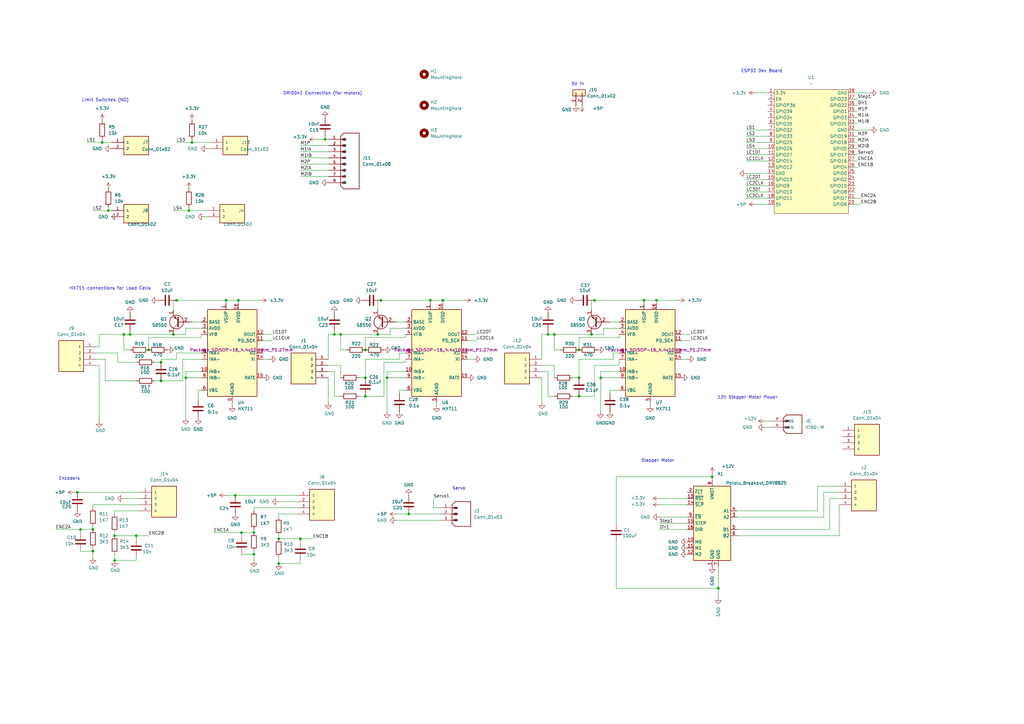
<source format=kicad_sch>
(kicad_sch (version 20250114) (generator "eeschema") (generator_version "9.0")
  (paper "A3")
  (text "DRI0041 Connection (for motors)\n" (at 132.334 38.354 0) (effects (font (size 1.27 1.27))))
  (text "Servo\n" (at 188.214 200.406 0) (effects (font (size 1.27 1.27))))
  (text "Encoders\n" (at 28.448 196.342 0) (effects (font (size 1.27 1.27))))
  (text "5V in\n" (at 236.982 34.544 0) (effects (font (size 1.27 1.27))))
  (text "Limit Switches (NO)\n" (at 43.18 41.148 0) (effects (font (size 1.27 1.27))))
  (text "ESP32 Dev Board" (at 312.42 29.21 0) (effects (font (size 1.27 1.27))))
  (text "Stepper Motor" (at 269.748 188.976 0) (effects (font (size 1.27 1.27))))
  (text "HX711 connections for Load Cells\n" (at 45.212 118.364 0) (effects (font (size 1.27 1.27))))
  (text "12V Stepper Motor Power" (at 306.578 163.068 0) (effects (font (size 1.27 1.27))))
  (junction (at 41.91 58.42))
  (junction (at 137.16 137.16))
  (junction (at 123.19 220.98))
  (junction (at 264.16 123.19))
  (junction (at 38.1 217.17))
  (junction (at 97.79 123.19))
  (junction (at 99.06 218.44))
  (junction (at 156.21 123.19))
  (junction (at 149.86 162.56))
  (junction (at 44.45 86.36))
  (junction (at 237.49 162.56))
  (junction (at 149.86 154.94))
  (junction (at 292.1 195.58))
  (junction (at 133.35 57.15))
  (junction (at 114.3 220.98))
  (junction (at 104.14 227.33))
  (junction (at 33.02 217.17))
  (junction (at 243.84 123.19))
  (junction (at 55.88 219.71))
  (junction (at 242.57 137.16))
  (junction (at 237.49 154.94))
  (junction (at 154.94 137.16))
  (junction (at 269.24 123.19))
  (junction (at 66.04 148.59))
  (junction (at 237.49 143.51))
  (junction (at 227.33 137.16))
  (junction (at 71.12 137.16))
  (junction (at 53.34 137.16))
  (junction (at 114.3 231.14))
  (junction (at 224.79 137.16))
  (junction (at 66.04 156.21))
  (junction (at 158.75 154.94))
  (junction (at 72.39 123.19))
  (junction (at 104.14 218.44))
  (junction (at 149.86 143.51))
  (junction (at 78.74 58.42))
  (junction (at 139.7 137.16))
  (junction (at 246.38 154.94))
  (junction (at 31.75 201.93))
  (junction (at 181.61 123.19))
  (junction (at 176.53 123.19))
  (junction (at 50.8 137.16))
  (junction (at 46.99 229.87))
  (junction (at 60.96 143.51))
  (junction (at 167.64 210.82))
  (junction (at 294.64 241.3))
  (junction (at 38.1 226.06))
  (junction (at 46.99 219.71))
  (junction (at 92.71 123.19))
  (junction (at 77.47 86.36))
  (junction (at 96.52 203.2))
  (junction (at 76.2 154.94))
  (wire (pts (xy 254 137.16) (xy 254 138.43)))
  (wire (pts (xy 48.26 148.59) (xy 48.26 144.78)))
  (wire (pts (xy 356.87 53.34) (xy 350.52 53.34)))
  (wire (pts (xy 137.16 162.56) (xy 137.16 152.4)))
  (wire (pts (xy 279.4 137.16) (xy 283.21 137.16)))
  (wire (pts (xy 229.87 143.51) (xy 227.33 143.51)))
  (wire (pts (xy 162.56 210.82) (xy 167.64 210.82)))
  (wire (pts (xy 237.49 147.32) (xy 251.46 147.32)))
  (wire (pts (xy 55.88 156.21) (xy 43.18 156.21)))
  (wire (pts (xy 72.39 147.32) (xy 72.39 144.78)))
  (wire (pts (xy 97.79 123.19) (xy 97.79 124.46)))
  (wire (pts (xy 270.51 207.01) (xy 281.94 207.01)))
  (wire (pts (xy 123.19 62.23) (xy 134.62 62.23)))
  (wire (pts (xy 60.96 138.43) (xy 60.96 143.51)))
  (wire (pts (xy 154.94 137.16) (xy 139.7 137.16)))
  (wire (pts (xy 99.06 218.44) (xy 104.14 218.44)))
  (wire (pts (xy 264.16 123.19) (xy 269.24 123.19)))
  (wire (pts (xy 107.95 137.16) (xy 111.76 137.16)))
  (wire (pts (xy 246.38 154.94) (xy 254 154.94)))
  (wire (pts (xy 264.16 123.19) (xy 264.16 124.46)))
  (wire (pts (xy 227.33 137.16) (xy 224.79 137.16)))
  (wire (pts (xy 114.3 210.82) (xy 121.92 210.82)))
  (wire (pts (xy 340.36 204.47) (xy 344.17 204.47)))
  (wire (pts (xy 306.07 53.34) (xy 314.96 53.34)))
  (wire (pts (xy 149.86 147.32) (xy 149.86 154.94)))
  (wire (pts (xy 344.17 207.01) (xy 344.17 219.71)))
  (wire (pts (xy 176.53 123.19) (xy 181.61 123.19)))
  (wire (pts (xy 351.79 60.96) (xy 350.52 60.96)))
  (wire (pts (xy 243.84 123.19) (xy 264.16 123.19)))
  (wire (pts (xy 306.07 76.2) (xy 314.96 76.2)))
  (wire (pts (xy 351.79 48.26) (xy 350.52 48.26)))
  (wire (pts (xy 270.51 217.17) (xy 281.94 217.17)))
  (wire (pts (xy 306.07 66.04) (xy 314.96 66.04)))
  (wire (pts (xy 227.33 137.16) (xy 227.33 143.51)))
  (wire (pts (xy 247.65 137.16) (xy 242.57 137.16)))
  (wire (pts (xy 30.48 201.93) (xy 31.75 201.93)))
  (wire (pts (xy 46.99 227.33) (xy 46.99 229.87)))
  (wire (pts (xy 71.12 86.36) (xy 77.47 86.36)))
  (wire (pts (xy 134.62 137.16) (xy 137.16 137.16)))
  (wire (pts (xy 66.04 147.32) (xy 72.39 147.32)))
  (wire (pts (xy 237.49 138.43) (xy 237.49 143.51)))
  (wire (pts (xy 252.73 222.25) (xy 252.73 241.3)))
  (wire (pts (xy 78.74 57.15) (xy 78.74 58.42)))
  (wire (pts (xy 270.51 212.09) (xy 281.94 212.09)))
  (wire (pts (xy 335.28 199.39) (xy 335.28 209.55)))
  (wire (pts (xy 39.37 149.86) (xy 40.64 149.86)))
  (wire (pts (xy 279.4 147.32) (xy 281.94 147.32)))
  (wire (pts (xy 177.8 204.47) (xy 177.8 208.28)))
  (wire (pts (xy 114.3 212.09) (xy 114.3 210.82)))
  (wire (pts (xy 46.99 219.71) (xy 55.88 219.71)))
  (wire (pts (xy 147.32 154.94) (xy 149.86 154.94)))
  (wire (pts (xy 104.14 226.06) (xy 104.14 227.33)))
  (wire (pts (xy 351.79 43.18) (xy 350.52 43.18)))
  (wire (pts (xy 351.79 63.5) (xy 350.52 63.5)))
  (wire (pts (xy 237.49 162.56) (xy 243.84 162.56)))
  (wire (pts (xy 41.91 57.15) (xy 41.91 58.42)))
  (wire (pts (xy 72.39 58.42) (xy 78.74 58.42)))
  (wire (pts (xy 162.56 132.08) (xy 166.37 132.08)))
  (wire (pts (xy 72.39 123.19) (xy 92.71 123.19)))
  (wire (pts (xy 166.37 148.59) (xy 166.37 147.32)))
  (wire (pts (xy 134.62 154.94) (xy 134.62 165.1)))
  (wire (pts (xy 163.83 144.78) (xy 166.37 144.78)))
  (wire (pts (xy 306.07 71.12) (xy 314.96 71.12)))
  (wire (pts (xy 139.7 137.16) (xy 137.16 137.16)))
  (wire (pts (xy 234.95 162.56) (xy 237.49 162.56)))
  (wire (pts (xy 356.87 38.1) (xy 350.52 38.1)))
  (wire (pts (xy 139.7 137.16) (xy 139.7 143.51)))
  (wire (pts (xy 82.55 134.62) (xy 76.2 134.62)))
  (wire (pts (xy 40.64 137.16) (xy 50.8 137.16)))
  (wire (pts (xy 306.07 60.96) (xy 314.96 60.96)))
  (wire (pts (xy 250.19 132.08) (xy 254 132.08)))
  (wire (pts (xy 81.28 160.02) (xy 81.28 163.83)))
  (wire (pts (xy 158.75 154.94) (xy 158.75 168.91)))
  (wire (pts (xy 76.2 154.94) (xy 76.2 171.45)))
  (wire (pts (xy 179.07 165.1) (xy 179.07 166.37)))
  (wire (pts (xy 166.37 152.4) (xy 158.75 152.4)))
  (wire (pts (xy 149.86 147.32) (xy 163.83 147.32)))
  (wire (pts (xy 78.74 58.42) (xy 86.36 58.42)))
  (wire (pts (xy 254 149.86) (xy 254 147.32)))
  (wire (pts (xy 166.37 134.62) (xy 160.02 134.62)))
  (wire (pts (xy 306.07 81.28) (xy 314.96 81.28)))
  (wire (pts (xy 270.51 204.47) (xy 281.94 204.47)))
  (wire (pts (xy 99.06 218.44) (xy 99.06 219.71)))
  (wire (pts (xy 149.86 162.56) (xy 157.48 162.56)))
  (wire (pts (xy 177.8 208.28) (xy 180.34 208.28)))
  (wire (pts (xy 114.3 220.98) (xy 114.3 219.71)))
  (wire (pts (xy 252.73 214.63) (xy 252.73 195.58)))
  (wire (pts (xy 270.51 214.63) (xy 281.94 214.63)))
  (wire (pts (xy 224.79 162.56) (xy 224.79 152.4)))
  (wire (pts (xy 137.16 137.16) (xy 137.16 135.89)))
  (wire (pts (xy 33.02 226.06) (xy 38.1 226.06)))
  (wire (pts (xy 247.65 134.62) (xy 247.65 137.16)))
  (wire (pts (xy 71.12 123.19) (xy 72.39 123.19)))
  (wire (pts (xy 139.7 154.94) (xy 139.7 149.86)))
  (wire (pts (xy 50.8 204.47) (xy 57.15 204.47)))
  (wire (pts (xy 63.5 156.21) (xy 66.04 156.21)))
  (wire (pts (xy 99.06 227.33) (xy 104.14 227.33)))
  (wire (pts (xy 55.88 219.71) (xy 55.88 220.98)))
  (wire (pts (xy 82.55 138.43) (xy 82.55 137.16)))
  (wire (pts (xy 134.62 152.4) (xy 137.16 152.4)))
  (wire (pts (xy 123.19 220.98) (xy 123.19 222.25)))
  (wire (pts (xy 76.2 137.16) (xy 71.12 137.16)))
  (wire (pts (xy 250.19 160.02) (xy 250.19 161.29)))
  (wire (pts (xy 114.3 205.74) (xy 121.92 205.74)))
  (wire (pts (xy 66.04 156.21) (xy 74.93 156.21)))
  (wire (pts (xy 74.93 147.32) (xy 82.55 147.32)))
  (wire (pts (xy 38.1 224.79) (xy 38.1 226.06)))
  (wire (pts (xy 50.8 137.16) (xy 53.34 137.16)))
  (wire (pts (xy 252.73 195.58) (xy 292.1 195.58)))
  (wire (pts (xy 163.83 160.02) (xy 166.37 160.02)))
  (wire (pts (xy 191.77 147.32) (xy 194.31 147.32)))
  (wire (pts (xy 123.19 229.87) (xy 123.19 231.14)))
  (wire (pts (xy 38.1 207.01) (xy 57.15 207.01)))
  (wire (pts (xy 77.47 85.09) (xy 77.47 86.36)))
  (wire (pts (xy 39.37 144.78) (xy 48.26 144.78)))
  (wire (pts (xy 167.64 210.82) (xy 180.34 210.82)))
  (wire (pts (xy 133.35 57.15) (xy 134.62 57.15)))
  (wire (pts (xy 46.99 210.82) (xy 46.99 209.55)))
  (wire (pts (xy 222.25 137.16) (xy 222.25 147.32)))
  (wire (pts (xy 266.7 165.1) (xy 266.7 166.37)))
  (wire (pts (xy 114.3 220.98) (xy 123.19 220.98)))
  (wire (pts (xy 139.7 162.56) (xy 137.16 162.56)))
  (wire (pts (xy 166.37 137.16) (xy 166.37 138.43)))
  (wire (pts (xy 104.14 208.28) (xy 104.14 209.55)))
  (wire (pts (xy 97.79 123.19) (xy 106.68 123.19)))
  (wire (pts (xy 252.73 241.3) (xy 294.64 241.3)))
  (wire (pts (xy 33.02 217.17) (xy 38.1 217.17)))
  (wire (pts (xy 222.25 137.16) (xy 224.79 137.16)))
  (wire (pts (xy 85.09 60.96) (xy 86.36 60.96)))
  (wire (pts (xy 123.19 220.98) (xy 128.27 220.98)))
  (wire (pts (xy 254 138.43) (xy 237.49 138.43)))
  (wire (pts (xy 160.02 134.62) (xy 160.02 137.16)))
  (wire (pts (xy 83.82 88.9) (xy 85.09 88.9)))
  (wire (pts (xy 158.75 152.4) (xy 158.75 154.94)))
  (wire (pts (xy 163.83 147.32) (xy 163.83 144.78)))
  (wire (pts (xy 53.34 137.16) (xy 53.34 135.89)))
  (wire (pts (xy 82.55 152.4) (xy 76.2 152.4)))
  (wire (pts (xy 107.95 147.32) (xy 110.49 147.32)))
  (wire (pts (xy 242.57 123.19) (xy 242.57 127)))
  (wire (pts (xy 134.62 137.16) (xy 134.62 147.32)))
  (wire (pts (xy 44.45 85.09) (xy 44.45 86.36)))
  (wire (pts (xy 157.48 148.59) (xy 166.37 148.59)))
  (wire (pts (xy 306.07 73.66) (xy 314.96 73.66)))
  (wire (pts (xy 351.79 40.64) (xy 350.52 40.64)))
  (wire (pts (xy 294.64 241.3) (xy 294.64 232.41)))
  (wire (pts (xy 306.07 78.74) (xy 314.96 78.74)))
  (wire (pts (xy 107.95 139.7) (xy 111.76 139.7)))
  (wire (pts (xy 158.75 154.94) (xy 166.37 154.94)))
  (wire (pts (xy 243.84 162.56) (xy 243.84 149.86)))
  (wire (pts (xy 191.77 139.7) (xy 195.58 139.7)))
  (wire (pts (xy 46.99 209.55) (xy 57.15 209.55)))
  (wire (pts (xy 123.19 69.85) (xy 134.62 69.85)))
  (wire (pts (xy 38.1 215.9) (xy 38.1 217.17)))
  (wire (pts (xy 292.1 194.31) (xy 292.1 195.58)))
  (wire (pts (xy 251.46 144.78) (xy 254 144.78)))
  (wire (pts (xy 147.32 162.56) (xy 149.86 162.56)))
  (wire (pts (xy 76.2 154.94) (xy 82.55 154.94)))
  (wire (pts (xy 269.24 123.19) (xy 278.13 123.19)))
  (wire (pts (xy 41.91 58.42) (xy 45.72 58.42)))
  (wire (pts (xy 337.82 201.93) (xy 344.17 201.93)))
  (wire (pts (xy 46.99 219.71) (xy 46.99 218.44)))
  (wire (pts (xy 251.46 147.32) (xy 251.46 144.78)))
  (wire (pts (xy 123.19 64.77) (xy 134.62 64.77)))
  (wire (pts (xy 81.28 160.02) (xy 82.55 160.02)))
  (wire (pts (xy 95.25 165.1) (xy 95.25 166.37)))
  (wire (pts (xy 353.06 83.82) (xy 350.52 83.82)))
  (wire (pts (xy 35.56 58.42) (xy 41.91 58.42)))
  (wire (pts (xy 87.63 218.44) (xy 99.06 218.44)))
  (wire (pts (xy 133.35 55.88) (xy 133.35 57.15)))
  (wire (pts (xy 234.95 154.94) (xy 237.49 154.94)))
  (wire (pts (xy 92.71 203.2) (xy 96.52 203.2)))
  (wire (pts (xy 227.33 162.56) (xy 224.79 162.56)))
  (wire (pts (xy 104.14 217.17) (xy 104.14 218.44)))
  (wire (pts (xy 250.19 160.02) (xy 254 160.02)))
  (wire (pts (xy 149.86 138.43) (xy 149.86 143.51)))
  (wire (pts (xy 123.19 72.39) (xy 134.62 72.39)))
  (wire (pts (xy 40.64 149.86) (xy 40.64 172.72)))
  (wire (pts (xy 77.47 86.36) (xy 85.09 86.36)))
  (wire (pts (xy 222.25 149.86) (xy 227.33 149.86)))
  (wire (pts (xy 309.88 38.1) (xy 314.96 38.1)))
  (wire (pts (xy 134.62 149.86) (xy 139.7 149.86)))
  (wire (pts (xy 306.07 55.88) (xy 314.96 55.88)))
  (wire (pts (xy 123.19 59.69) (xy 134.62 59.69)))
  (wire (pts (xy 335.28 199.39) (xy 344.17 199.39)))
  (wire (pts (xy 279.4 139.7) (xy 283.21 139.7)))
  (wire (pts (xy 254 152.4) (xy 246.38 152.4)))
  (wire (pts (xy 50.8 137.16) (xy 50.8 143.51)))
  (wire (pts (xy 242.57 123.19) (xy 243.84 123.19)))
  (wire (pts (xy 55.88 219.71) (xy 60.96 219.71)))
  (wire (pts (xy 92.71 123.19) (xy 97.79 123.19)))
  (wire (pts (xy 154.94 123.19) (xy 156.21 123.19)))
  (wire (pts (xy 156.21 123.19) (xy 176.53 123.19)))
  (wire (pts (xy 176.53 123.19) (xy 176.53 124.46)))
  (wire (pts (xy 53.34 143.51) (xy 50.8 143.51)))
  (wire (pts (xy 38.1 207.01) (xy 38.1 208.28)))
  (wire (pts (xy 63.5 148.59) (xy 66.04 148.59)))
  (wire (pts (xy 351.79 55.88) (xy 350.52 55.88)))
  (wire (pts (xy 246.38 154.94) (xy 246.38 168.91)))
  (wire (pts (xy 66.04 147.32) (xy 66.04 148.59)))
  (wire (pts (xy 92.71 123.19) (xy 92.71 124.46)))
  (wire (pts (xy 114.3 228.6) (xy 114.3 231.14)))
  (wire (pts (xy 157.48 162.56) (xy 157.48 148.59)))
  (wire (pts (xy 181.61 123.19) (xy 181.61 124.46)))
  (wire (pts (xy 340.36 204.47) (xy 340.36 217.17)))
  (wire (pts (xy 222.25 154.94) (xy 222.25 165.1)))
  (wire (pts (xy 72.39 144.78) (xy 82.55 144.78)))
  (wire (pts (xy 33.02 217.17) (xy 33.02 218.44)))
  (wire (pts (xy 246.38 152.4) (xy 246.38 154.94)))
  (wire (pts (xy 40.64 137.16) (xy 40.64 142.24)))
  (wire (pts (xy 351.79 58.42) (xy 350.52 58.42)))
  (wire (pts (xy 123.19 231.14) (xy 114.3 231.14)))
  (wire (pts (xy 74.93 156.21) (xy 74.93 147.32)))
  (wire (pts (xy 351.79 68.58) (xy 350.52 68.58)))
  (wire (pts (xy 55.88 229.87) (xy 46.99 229.87)))
  (wire (pts (xy 82.55 138.43) (xy 60.96 138.43)))
  (wire (pts (xy 340.36 217.17) (xy 302.26 217.17)))
  (wire (pts (xy 22.86 217.17) (xy 33.02 217.17)))
  (wire (pts (xy 181.61 123.19) (xy 190.5 123.19)))
  (wire (pts (xy 38.1 226.06) (xy 38.1 228.6)))
  (wire (pts (xy 154.94 123.19) (xy 154.94 127)))
  (wire (pts (xy 78.74 132.08) (xy 82.55 132.08)))
  (wire (pts (xy 313.69 175.26) (xy 316.23 175.26)))
  (wire (pts (xy 306.07 63.5) (xy 314.96 63.5)))
  (wire (pts (xy 335.28 209.55) (xy 302.26 209.55)))
  (wire (pts (xy 269.24 123.19) (xy 269.24 124.46)))
  (wire (pts (xy 55.88 228.6) (xy 55.88 229.87)))
  (wire (pts (xy 222.25 152.4) (xy 224.79 152.4)))
  (wire (pts (xy 142.24 143.51) (xy 139.7 143.51)))
  (wire (pts (xy 123.19 67.31) (xy 134.62 67.31)))
  (wire (pts (xy 243.84 149.86) (xy 254 149.86)))
  (wire (pts (xy 104.14 208.28) (xy 121.92 208.28)))
  (wire (pts (xy 162.56 213.36) (xy 180.34 213.36)))
  (wire (pts (xy 38.1 86.36) (xy 44.45 86.36)))
  (wire (pts (xy 309.88 83.82) (xy 314.96 83.82)))
  (wire (pts (xy 129.54 57.15) (xy 133.35 57.15)))
  (wire (pts (xy 48.26 88.9) (xy 45.72 88.9)))
  (wire (pts (xy 337.82 201.93) (xy 337.82 212.09)))
  (wire (pts (xy 71.12 123.19) (xy 71.12 127)))
  (wire (pts (xy 237.49 147.32) (xy 237.49 154.94)))
  (wire (pts (xy 351.79 66.04) (xy 350.52 66.04)))
  (wire (pts (xy 312.42 172.72) (xy 316.23 172.72)))
  (wire (pts (xy 227.33 154.94) (xy 227.33 149.86)))
  (wire (pts (xy 351.79 50.8) (xy 350.52 50.8)))
  (wire (pts (xy 294.64 241.3) (xy 294.64 245.11)))
  (wire (pts (xy 76.2 152.4) (xy 76.2 154.94)))
  (wire (pts (xy 39.37 142.24) (xy 40.64 142.24)))
  (wire (pts (xy 53.34 137.16) (xy 71.12 137.16)))
  (wire (pts (xy 337.82 212.09) (xy 302.26 212.09)))
  (wire (pts (xy 163.83 160.02) (xy 163.83 161.29)))
  (wire (pts (xy 160.02 137.16) (xy 154.94 137.16)))
  (wire (pts (xy 104.14 227.33) (xy 104.14 229.87)))
  (wire (pts (xy 306.07 58.42) (xy 314.96 58.42)))
  (wire (pts (xy 353.06 81.28) (xy 350.52 81.28)))
  (wire (pts (xy 44.45 86.36) (xy 45.72 86.36)))
  (wire (pts (xy 39.37 147.32) (xy 43.18 147.32)))
  (wire (pts (xy 43.18 156.21) (xy 43.18 147.32)))
  (wire (pts (xy 31.75 201.93) (xy 57.15 201.93)))
  (wire (pts (xy 344.17 219.71) (xy 302.26 219.71)))
  (wire (pts (xy 242.57 137.16) (xy 227.33 137.16)))
  (wire (pts (xy 292.1 195.58) (xy 292.1 196.85)))
  (wire (pts (xy 76.2 134.62) (xy 76.2 137.16)))
  (wire (pts (xy 254 134.62) (xy 247.65 134.62)))
  (wire (pts (xy 48.26 148.59) (xy 55.88 148.59)))
  (wire (pts (xy 191.77 137.16) (xy 195.58 137.16)))
  (wire (pts (xy 96.52 203.2) (xy 121.92 203.2)))
  (wire (pts (xy 166.37 138.43) (xy 149.86 138.43)))
  (wire (pts (xy 224.79 137.16) (xy 224.79 135.89)))
  (wire (pts (xy 351.79 45.72) (xy 350.52 45.72)))
  (label "Servo1" (at 351.79 63.5 0))
  (label "ENC2B" (at 60.96 219.71 0))
  (label "LS4" (at 71.12 86.36 0))
  (label "LS2" (at 306.07 55.88 0))
  (label "Step1" (at 351.79 40.64 0))
  (label "ENC2A" (at 22.86 217.17 0))
  (label "LC1CLK" (at 111.76 139.7 0))
  (label "LC2DT" (at 195.58 137.16 0))
  (label "M1IA" (at 123.19 62.23 0))
  (label "LS4" (at 306.07 60.96 0))
  (label "M2IB" (at 123.19 72.39 0))
  (label "M1IB" (at 123.19 64.77 0))
  (label "M1P" (at 123.19 59.69 0))
  (label "LS3" (at 72.39 58.42 0))
  (label "M1IB" (at 351.79 50.8 0))
  (label "Dir1" (at 351.79 43.18 0))
  (label "LC3CLK" (at 306.07 81.28 0))
  (label "LS3" (at 306.07 58.42 0))
  (label "M1IA" (at 351.79 48.26 0))
  (label "Dir1" (at 270.51 217.17 0))
  (label "LC1CLK" (at 306.07 66.04 0))
  (label "LC2CLK" (at 306.07 76.2 0))
  (label "ENC1B" (at 351.79 68.58 0))
  (label "LS1" (at 35.56 58.42 0))
  (label "ENC1B" (at 128.27 220.98 0))
  (label "LS1" (at 306.07 53.34 0))
  (label "M2IB" (at 351.79 60.96 0))
  (label "ENC2A" (at 353.06 81.28 0))
  (label "M2P" (at 123.19 67.31 0))
  (label "ENC1A" (at 87.63 218.44 0))
  (label "M2P" (at 351.79 55.88 0))
  (label "LC3DT" (at 283.21 137.16 0))
  (label "Step1" (at 270.51 214.63 0))
  (label "LC2DT" (at 306.07 73.66 0))
  (label "M2IA" (at 351.79 58.42 0))
  (label "ENC1A" (at 351.79 66.04 0))
  (label "LC3DT" (at 306.07 78.74 0))
  (label "LC3CLK" (at 283.21 139.7 0))
  (label "M1P" (at 351.79 45.72 0))
  (label "LC2CLK" (at 195.58 139.7 0))
  (label "ENC2B" (at 353.06 83.82 0))
  (label "LS2" (at 38.1 86.36 0))
  (label "M2IA" (at 123.19 69.85 0))
  (label "LC1DT" (at 111.76 137.16 0))
  (label "LC1DT" (at 306.07 63.5 0))
  (label "Servo1" (at 177.8 204.47 0))
  (symbol (lib_id "Device:C") (at 55.88 224.79 0) (unit 1)
    (property "Reference" "C11" (at 59.182 223.774 0) (effects (justify left)))
    (property "Value" "10n" (at 58.42 226.314 0) (effects (justify left)))
    (property "Footprint" "Capacitor_SMD:C_0805_2012Metric" (effects (hide yes)))
    (property "Description" "Unpolarized capacitor" (effects (hide yes)))
  )
  (symbol (lib_id "43650-0400:43650-0400") (at 29.21 144.78 0) (mirror y) (unit 1)
    (property "Reference" "J9" (at 29.21 134.62 0))
    (property "Value" "Conn_01x04" (at 29.21 137.16 0))
    (property "Footprint" "43650-0400:MOLEX_43650-0400" (effects (hide yes)))
    (property "Description" "Generic connector, single row, 01x04, script generated (kicad-library-utils/schlib/autogen/connector/)" (effects (hide yes)))
    (property "MF" "Molex" (effects (hide yes)))
    (property "MAXIMUM_PACKAGE_HEIGHT" "5.57 mm" (effects (hide yes)))
    (property "Package" "None" (effects (hide yes)))
    (property "Price" "None" (effects (hide yes)))
    (property "Check_prices" "https://www.snapeda.com/parts/436500400/Molex/view-part/?ref=eda" (effects (hide yes)))
    (property "STANDARD" "Manufacturer Recommendations" (effects (hide yes)))
    (property "PARTREV" "D7" (effects (hide yes)))
    (property "SnapEDA_Link" "https://www.snapeda.com/parts/436500400/Molex/view-part/?ref=snap" (effects (hide yes)))
    (property "MP" "436500400" (effects (hide yes)))
    (property "Description_1" "Conn Wire to Board HDR 4 POS 3mm Solder RA Thru-Hole 4 Terminal 1 Port Micro-Fit 3.0" (effects (hide yes)))
    (property "Availability" "In Stock" (effects (hide yes)))
    (property "MANUFACTURER" "Molex" (effects (hide yes)))
  )
  (symbol (lib_id "Device:R") (at 46.99 214.63 0) (unit 1)
    (property "Reference" "R13" (at 48.768 213.36 0) (effects (justify left)))
    (property "Value" "1K7" (at 48.768 215.9 0) (effects (justify left)))
    (property "Footprint" "Resistor_SMD:R_0805_2012Metric" (effects (hide yes)))
    (property "Description" "Resistor" (effects (hide yes)))
  )
  (symbol (lib_id "power:GND") (at 356.87 38.1 90) (unit 1)
    (property "Reference" "#PWR02" (effects (hide yes)))
    (property "Value" "GND" (at 360.68 38.0999 90) (effects (justify right)))
    (property "Description" "Power symbol creates a global label with name \"GND\" , ground" (effects (hide yes)))
  )
  (symbol (lib_id "power:+3.3V") (at 278.13 123.19 270) (unit 1)
    (property "Reference" "#PWR076" (effects (hide yes)))
    (property "Value" "+3.3V" (at 281.94 123.1899 90) (effects (justify left)))
    (property "Description" "Power symbol creates a global label with name \"+3.3V\"" (effects (hide yes)))
  )
  (symbol (lib_id "power:+3.3V") (at 270.51 204.47 90) (unit 1)
    (property "Reference" "#PWR03" (effects (hide yes)))
    (property "Value" "+3.3V" (at 264.668 204.216 90) (effects (justify left)))
    (property "Description" "Power symbol creates a global label with name \"+3.3V\"" (effects (hide yes)))
  )
  (symbol (lib_id "power:+3.3V") (at 44.45 77.47 0) (unit 1)
    (property "Reference" "#PWR032" (effects (hide yes)))
    (property "Value" "+3.3V" (at 44.45 72.39 0))
    (property "Description" "Power symbol creates a global label with name \"+3.3V\"" (effects (hide yes)))
  )
  (symbol (lib_id "Device:R") (at 233.68 143.51 90) (unit 1)
    (property "Reference" "R30" (at 233.68 140.97 90))
    (property "Value" "220" (at 233.68 146.05 90))
    (property "Footprint" "Resistor_SMD:R_0805_2012Metric" (effects (hide yes)))
    (property "Description" "Resistor" (effects (hide yes)))
  )
  (symbol (lib_id "Device:C") (at 167.64 207.01 0) (mirror y) (unit 1)
    (property "Reference" "C20" (at 163.068 208.28 0))
    (property "Value" "10uF" (at 163.068 205.74 0))
    (property "Footprint" "Capacitor_SMD:C_0805_2012Metric" (effects (hide yes)))
    (property "Description" "Unpolarized capacitor" (effects (hide yes)))
  )
  (symbol (lib_id "Driver_Motor:Pololu_Breakout_DRV8825") (at 292.1 212.09 0) (unit 1)
    (property "Reference" "A1" (at 294.2433 194.31 0) (effects (justify left)))
    (property "Value" "Pololu_Breakout_DRV8825" (at 297.688 198.12 0) (effects (justify left)))
    (property "Footprint" "Module:Pololu_Breakout-16_15.2x20.3mm" (effects (hide yes)))
    (property "Datasheet" "https://www.pololu.com/product/2982" (effects (hide yes)))
    (property "Description" "Pololu Breakout Board, Stepper Driver DRV8825" (effects (hide yes)))
  )
  (symbol (lib_id "power:GND") (at 279.4 154.94 90) (unit 1)
    (property "Reference" "#PWR077" (effects (hide yes)))
    (property "Value" "GND" (at 283.21 154.9399 90) (effects (justify right)))
    (property "Description" "Power symbol creates a global label with name \"GND\" , ground" (effects (hide yes)))
  )
  (symbol (lib_id "power:+3.3V") (at 78.74 49.53 0) (unit 1)
    (property "Reference" "#PWR068" (effects (hide yes)))
    (property "Value" "+3.3V" (at 78.74 44.45 0))
    (property "Description" "Power symbol creates a global label with name \"+3.3V\"" (effects (hide yes)))
  )
  (symbol (lib_id "Device:C") (at 149.86 158.75 0) (unit 1)
    (property "Reference" "C26" (at 151.384 154.686 0) (effects (justify left)))
    (property "Value" "0.1uF" (at 151.13 156.718 0) (effects (justify left)))
    (property "Footprint" "Capacitor_SMD:C_0805_2012Metric" (effects (hide yes)))
    (property "Description" "Unpolarized capacitor" (effects (hide yes)))
  )
  (symbol (lib_id "power:GND") (at 191.77 154.94 90) (unit 1)
    (property "Reference" "#PWR064" (effects (hide yes)))
    (property "Value" "GND" (at 195.58 154.9399 90) (effects (justify right)))
    (property "Description" "Power symbol creates a global label with name \"GND\" , ground" (effects (hide yes)))
  )
  (symbol (lib_id "Device:C") (at 224.79 132.08 0) (mirror y) (unit 1)
    (property "Reference" "C35" (at 220.218 133.35 0))
    (property "Value" "10uF" (at 220.218 130.81 0))
    (property "Footprint" "Capacitor_SMD:C_0805_2012Metric" (effects (hide yes)))
    (property "Description" "Unpolarized capacitor" (effects (hide yes)))
  )
  (symbol (lib_id "Device:R") (at 41.91 53.34 0) (unit 1)
    (property "Reference" "R5" (at 44.45 52.0699 0) (effects (justify left)))
    (property "Value" "10k" (at 44.45 54.6099 0) (effects (justify left)))
    (property "Footprint" "Resistor_SMD:R_0805_2012Metric" (effects (hide yes)))
    (property "Description" "Resistor" (effects (hide yes)))
  )
  (symbol (lib_id "43650-0400:43650-0400") (at 67.31 204.47 0) (unit 1)
    (property "Reference" "J14" (at 67.31 194.31 0))
    (property "Value" "Conn_01x04" (at 67.31 196.85 0))
    (property "Footprint" "43650-0400:MOLEX_43650-0400" (effects (hide yes)))
    (property "Description" "Generic connector, single row, 01x04, script generated (kicad-library-utils/schlib/autogen/connector/)" (effects (hide yes)))
    (property "MF" "Molex" (effects (hide yes)))
    (property "MAXIMUM_PACKAGE_HEIGHT" "5.57 mm" (effects (hide yes)))
    (property "Package" "None" (effects (hide yes)))
    (property "Price" "None" (effects (hide yes)))
    (property "Check_prices" "https://www.snapeda.com/parts/436500400/Molex/view-part/?ref=eda" (effects (hide yes)))
    (property "STANDARD" "Manufacturer Recommendations" (effects (hide yes)))
    (property "PARTREV" "D7" (effects (hide yes)))
    (property "SnapEDA_Link" "https://www.snapeda.com/parts/436500400/Molex/view-part/?ref=snap" (effects (hide yes)))
    (property "MP" "436500400" (effects (hide yes)))
    (property "Description_1" "Conn Wire to Board HDR 4 POS 3mm Solder RA Thru-Hole 4 Terminal 1 Port Micro-Fit 3.0" (effects (hide yes)))
    (property "Availability" "In Stock" (effects (hide yes)))
    (property "MANUFACTURER" "Molex" (effects (hide yes)))
  )
  (symbol (lib_id "Device:R") (at 231.14 154.94 90) (unit 1)
    (property "Reference" "R28" (at 230.886 157.226 90))
    (property "Value" "100" (at 230.886 159.004 90))
    (property "Footprint" "Resistor_SMD:R_0805_2012Metric" (effects (hide yes)))
    (property "Description" "Resistor" (effects (hide yes)))
  )
  (symbol (lib_id "Device:R") (at 143.51 154.94 90) (unit 1)
    (property "Reference" "R20" (at 143.256 157.226 90))
    (property "Value" "100" (at 143.256 159.004 90))
    (property "Footprint" "Resistor_SMD:R_0805_2012Metric" (effects (hide yes)))
    (property "Description" "Resistor" (effects (hide yes)))
  )
  (symbol (lib_id "power:GND") (at 81.28 171.45 0) (unit 1)
    (property "Reference" "#PWR020" (effects (hide yes)))
    (property "Value" "GND" (at 81.28 176.022 0))
    (property "Description" "Power symbol creates a global label with name \"GND\" , ground" (effects (hide yes)))
  )
  (symbol (lib_id "Device:R") (at 231.14 162.56 90) (unit 1)
    (property "Reference" "R29" (at 231.14 165.1 90))
    (property "Value" "100" (at 231.14 166.878 90))
    (property "Footprint" "Resistor_SMD:R_0805_2012Metric" (effects (hide yes)))
    (property "Description" "Resistor" (effects (hide yes)))
  )
  (symbol (lib_id "Analog_ADC:HX711") (at 266.7 144.78 0) (unit 1)
    (property "Reference" "U7" (at 268.8941 165.1 0) (effects (justify left)))
    (property "Value" "HX711" (at 268.8941 167.64 0) (effects (justify left)))
    (property "Footprint" "Package_SO:SOP-16_4.4x10.4mm_P1.27mm" (at 270.51 143.51 0))
    (property "Datasheet" "https://web.archive.org/web/20220615044707/https://akizukidenshi.com/download/ds/avia/hx711.pdf" (effects (hide yes)))
    (property "Description" "24-Bit Analog-to-Digital Converter (ADC) for Weight Scales" (effects (hide yes)))
  )
  (symbol (lib_id "Device:R") (at 153.67 143.51 90) (unit 1)
    (property "Reference" "R23" (at 153.416 141.478 90))
    (property "Value" "470" (at 153.67 145.542 90))
    (property "Footprint" "Resistor_SMD:R_0805_2012Metric" (effects (hide yes)))
    (property "Description" "Resistor" (effects (hide yes)))
  )
  (symbol (lib_id "power:GND") (at 281.94 224.79 270) (unit 1)
    (property "Reference" "#PWR06" (effects (hide yes)))
    (property "Value" "GND" (at 278.13 224.7899 90) (effects (justify right)))
    (property "Description" "Power symbol creates a global label with name \"GND\" , ground" (effects (hide yes)))
  )
  (symbol (lib_id "Transistor_BJT:S8550") (at 157.48 132.08 180) (unit 1)
    (property "Reference" "Q2" (at 152.4 130.8099 0) (effects (justify left)))
    (property "Value" "S8550" (at 152.4 133.3499 0) (effects (justify left)))
    (property "Footprint" "Package_TO_SOT_THT:TO-92_Inline" (effects (hide yes)))
    (property "Datasheet" "http://www.unisonic.com.tw/datasheet/S8550.pdf" (effects (hide yes)))
    (property "Description" "0.7A Ic, 20V Vce, Low Voltage High Current PNP Transistor, TO-92" (effects (hide yes)))
  )
  (symbol (lib_id "power:GND") (at 356.87 53.34 90) (unit 1)
    (property "Reference" "#PWR036" (effects (hide yes)))
    (property "Value" "GND" (at 360.68 53.3399 90) (effects (justify right)))
    (property "Description" "Power symbol creates a global label with name \"GND\" , ground" (effects (hide yes)))
  )
  (symbol (lib_id "power:GND") (at 162.56 213.36 270) (unit 1)
    (property "Reference" "#PWR014" (effects (hide yes)))
    (property "Value" "GND" (at 158.75 213.3599 90) (effects (justify right)))
    (property "Description" "Power symbol creates a global label with name \"GND\" , ground" (effects (hide yes)))
  )
  (symbol (lib_id "power:GND") (at 294.64 245.11 0) (unit 1)
    (property "Reference" "#PWR010" (effects (hide yes)))
    (property "Value" "GND" (at 294.6399 248.92 90) (effects (justify right)))
    (property "Description" "Power symbol creates a global label with name \"GND\" , ground" (effects (hide yes)))
  )
  (symbol (lib_id "Device:R") (at 104.14 213.36 0) (unit 1)
    (property "Reference" "R7" (at 106.68 212.0899 0) (effects (justify left)))
    (property "Value" "1K7" (at 106.68 214.6299 0) (effects (justify left)))
    (property "Footprint" "Resistor_SMD:R_0805_2012Metric" (effects (hide yes)))
    (property "Description" "Resistor" (effects (hide yes)))
  )
  (symbol (lib_id "Device:C") (at 163.83 165.1 0) (unit 1)
    (property "Reference" "C28" (at 167.64 163.8299 0) (effects (justify left)))
    (property "Value" "0.1u" (at 167.64 166.3699 0) (effects (justify left)))
    (property "Footprint" "Capacitor_SMD:C_0805_2012Metric" (effects (hide yes)))
    (property "Description" "Unpolarized capacitor" (effects (hide yes)))
  )
  (symbol (lib_id "Device:R") (at 38.1 212.09 0) (unit 1)
    (property "Reference" "R11" (at 40.64 210.8199 0) (effects (justify left)))
    (property "Value" "1K7" (at 40.64 213.3599 0) (effects (justify left)))
    (property "Footprint" "Resistor_SMD:R_0805_2012Metric" (effects (hide yes)))
    (property "Description" "Resistor" (effects (hide yes)))
  )
  (symbol (lib_id "Device:C") (at 252.73 218.44 0) (unit 1)
    (property "Reference" "C1" (at 255.778 217.424 0) (effects (justify left)))
    (property "Value" "100uF" (at 255.27 219.71 0) (effects (justify left)))
    (property "Footprint" "Capacitor_SMD:C_0805_2012Metric" (effects (hide yes)))
    (property "Description" "Unpolarized capacitor" (effects (hide yes)))
  )
  (symbol (lib_id "power:GND") (at 40.64 172.72 0) (mirror y) (unit 1)
    (property "Reference" "#PWR035" (effects (hide yes)))
    (property "Value" "GND" (at 39.116 176.53 0) (effects (justify right)))
    (property "Description" "Power symbol creates a global label with name \"GND\" , ground" (effects (hide yes)))
  )
  (symbol (lib_id "power:GND") (at 107.95 154.94 90) (unit 1)
    (property "Reference" "#PWR024" (effects (hide yes)))
    (property "Value" "GND" (at 111.76 154.9399 90) (effects (justify right)))
    (property "Description" "Power symbol creates a global label with name \"GND\" , ground" (effects (hide yes)))
  )
  (symbol (lib_id "power:GND") (at 114.3 205.74 270) (unit 1)
    (property "Reference" "#PWR027" (effects (hide yes)))
    (property "Value" "GND" (at 110.49 205.7399 90) (effects (justify right)))
    (property "Description" "Power symbol creates a global label with name \"GND\" , ground" (effects (hide yes)))
  )
  (symbol (lib_id "power:GND") (at 64.77 123.19 270) (unit 1)
    (property "Reference" "#PWR022" (effects (hide yes)))
    (property "Value" "GND" (at 60.96 123.1899 90) (effects (justify right)))
    (property "Description" "Power symbol creates a global label with name \"GND\" , ground" (effects (hide yes)))
  )
  (symbol (lib_id "power:GND") (at 224.79 128.27 0) (mirror x) (unit 1)
    (property "Reference" "#PWR071" (effects (hide yes)))
    (property "Value" "GND" (at 224.79 123.952 0))
    (property "Description" "Power symbol creates a global label with name \"GND\" , ground" (effects (hide yes)))
  )
  (symbol (lib_id "power:+3.3V") (at 41.91 49.53 0) (unit 1)
    (property "Reference" "#PWR030" (effects (hide yes)))
    (property "Value" "+3.3V" (at 41.91 44.45 0))
    (property "Description" "Power symbol creates a global label with name \"+3.3V\"" (effects (hide yes)))
  )
  (symbol (lib_id "power:GND") (at 270.51 212.09 270) (unit 1)
    (property "Reference" "#PWR08" (effects (hide yes)))
    (property "Value" "GND" (at 266.7 212.0899 90) (effects (justify right)))
    (property "Description" "Power symbol creates a global label with name \"GND\" , ground" (effects (hide yes)))
  )
  (symbol (lib_id "power:+3.3V") (at 190.5 123.19 270) (unit 1)
    (property "Reference" "#PWR063" (effects (hide yes)))
    (property "Value" "+3.3V" (at 194.31 123.1899 90) (effects (justify left)))
    (property "Description" "Power symbol creates a global label with name \"+3.3V\"" (effects (hide yes)))
  )
  (symbol (lib_id "Device:C") (at 31.75 205.74 0) (mirror x) (unit 1)
    (property "Reference" "C25" (at 25.4 207.772 0) (effects (justify left)))
    (property "Value" "10uF" (at 24.384 205.994 0) (effects (justify left)))
    (property "Footprint" "Capacitor_SMD:C_0805_2012Metric" (effects (hide yes)))
    (property "Description" "Unpolarized capacitor" (effects (hide yes)))
  )
  (symbol (lib_id "Device:R") (at 57.15 143.51 90) (unit 1)
    (property "Reference" "R19" (at 57.15 140.97 90))
    (property "Value" "220" (at 57.15 146.05 90))
    (property "Footprint" "Resistor_SMD:R_0805_2012Metric" (effects (hide yes)))
    (property "Description" "Resistor" (effects (hide yes)))
  )
  (symbol (lib_id "Mechanical:MountingHole") (at 173.99 43.18 0) (unit 1) (exclude_from_sim yes) (in_bom no)
    (property "Reference" "H2" (at 176.53 41.9099 0) (effects (justify left)))
    (property "Value" "MountingHole" (at 176.53 44.4499 0) (effects (justify left)))
    (property "Footprint" "MountingHole:MountingHole_3.2mm_M3" (effects (hide yes)))
    (property "Description" "Mounting Hole without connection" (effects (hide yes)))
  )
  (symbol (lib_id "Device:C") (at 123.19 226.06 0) (unit 1)
    (property "Reference" "C9" (at 126.492 225.044 0) (effects (justify left)))
    (property "Value" "10n" (at 125.73 227.584 0) (effects (justify left)))
    (property "Footprint" "Capacitor_SMD:C_0805_2012Metric" (effects (hide yes)))
    (property "Description" "Unpolarized capacitor" (effects (hide yes)))
  )
  (symbol (lib_id "power:GND") (at 104.14 229.87 0) (unit 1)
    (property "Reference" "#PWR045" (effects (hide yes)))
    (property "Value" "GND" (at 104.394 234.188 0))
    (property "Description" "Power symbol creates a global label with name \"GND\" , ground" (effects (hide yes)))
  )
  (symbol (lib_id "Device:R") (at 64.77 143.51 90) (unit 1)
    (property "Reference" "R18" (at 64.516 141.478 90))
    (property "Value" "470" (at 64.77 145.542 90))
    (property "Footprint" "Resistor_SMD:R_0805_2012Metric" (effects (hide yes)))
    (property "Description" "Resistor" (effects (hide yes)))
  )
  (symbol (lib_id "power:GND") (at 236.22 123.19 270) (unit 1)
    (property "Reference" "#PWR072" (effects (hide yes)))
    (property "Value" "GND" (at 232.41 123.1899 90) (effects (justify right)))
    (property "Description" "Power symbol creates a global label with name \"GND\" , ground" (effects (hide yes)))
  )
  (symbol (lib_id "power:GND") (at 246.38 168.91 0) (unit 1)
    (property "Reference" "#PWR013" (effects (hide yes)))
    (property "Value" "GND" (at 246.38 173.482 0))
    (property "Description" "Power symbol creates a global label with name \"GND\" , ground" (effects (hide yes)))
  )
  (symbol (lib_id "Device:C") (at 240.03 123.19 90) (unit 1)
    (property "Reference" "C37" (at 240.03 117.094 90))
    (property "Value" "10uF" (at 240.03 119.126 90))
    (property "Footprint" "Capacitor_SMD:C_0805_2012Metric" (effects (hide yes)))
    (property "Description" "Unpolarized capacitor" (effects (hide yes)))
  )
  (symbol (lib_id "43650-0400:43650-0400") (at 355.6 179.07 0) (unit 1)
    (property "Reference" "J15" (at 355.6 168.91 0))
    (property "Value" "Conn_01x04" (at 355.6 171.45 0))
    (property "Footprint" "43650-0400:MOLEX_43650-0400" (effects (hide yes)))
    (property "Description" "Generic connector, single row, 01x04, script generated (kicad-library-utils/schlib/autogen/connector/)" (effects (hide yes)))
    (property "MF" "Molex" (effects (hide yes)))
    (property "MAXIMUM_PACKAGE_HEIGHT" "5.57 mm" (effects (hide yes)))
    (property "Package" "None" (effects (hide yes)))
    (property "Price" "None" (effects (hide yes)))
    (property "Check_prices" "https://www.snapeda.com/parts/436500400/Molex/view-part/?ref=eda" (effects (hide yes)))
    (property "STANDARD" "Manufacturer Recommendations" (effects (hide yes)))
    (property "PARTREV" "D7" (effects (hide yes)))
    (property "SnapEDA_Link" "https://www.snapeda.com/parts/436500400/Molex/view-part/?ref=snap" (effects (hide yes)))
    (property "MP" "436500400" (effects (hide yes)))
    (property "Description_1" "Conn Wire to Board HDR 4 POS 3mm Solder RA Thru-Hole 4 Terminal 1 Port Micro-Fit 3.0" (effects (hide yes)))
    (property "Availability" "In Stock" (effects (hide yes)))
    (property "MANUFACTURER" "Molex" (effects (hide yes)))
  )
  (symbol (lib_id "power:GND") (at 236.22 43.18 0) (unit 1)
    (property "Reference" "#PWR043" (effects (hide yes)))
    (property "Value" "GND" (at 232.41 44.958 0))
    (property "Description" "Power symbol creates a global label with name \"GND\" , ground" (effects (hide yes)))
  )
  (symbol (lib_id "power:GND") (at 245.11 143.51 90) (unit 1)
    (property "Reference" "#PWR073" (effects (hide yes)))
    (property "Value" "GND" (at 247.904 142.748 90) (effects (justify right)))
    (property "Description" "Power symbol creates a global label with name \"GND\" , ground" (effects (hide yes)))
  )
  (symbol (lib_id "power:GND") (at 133.35 48.26 0) (mirror x) (unit 1)
    (property "Reference" "#PWR034" (effects (hide yes)))
    (property "Value" "GND" (at 133.35 43.942 0))
    (property "Description" "Power symbol creates a global label with name \"GND\" , ground" (effects (hide yes)))
  )
  (symbol (lib_id "power:GND") (at 250.19 168.91 0) (unit 1)
    (property "Reference" "#PWR074" (effects (hide yes)))
    (property "Value" "GND" (at 250.19 173.482 0))
    (property "Description" "Power symbol creates a global label with name \"GND\" , ground" (effects (hide yes)))
  )
  (symbol (lib_id "Device:C") (at 250.19 165.1 0) (unit 1)
    (property "Reference" "C38" (at 254 163.8299 0) (effects (justify left)))
    (property "Value" "0.1u" (at 254 166.3699 0) (effects (justify left)))
    (property "Footprint" "Capacitor_SMD:C_0805_2012Metric" (effects (hide yes)))
    (property "Description" "Unpolarized capacitor" (effects (hide yes)))
  )
  (symbol (lib_id "power:GND") (at 46.99 229.87 0) (unit 1)
    (property "Reference" "#PWR048" (effects (hide yes)))
    (property "Value" "GND" (at 47.244 233.934 0))
    (property "Description" "Power symbol creates a global label with name \"GND\" , ground" (effects (hide yes)))
  )
  (symbol (lib_id "43650-0400:43650-0400") (at 132.08 205.74 0) (unit 1)
    (property "Reference" "J6" (at 132.08 195.58 0))
    (property "Value" "Conn_01x04" (at 132.08 198.12 0))
    (property "Footprint" "43650-0400:MOLEX_43650-0400" (effects (hide yes)))
    (property "Description" "Generic connector, single row, 01x04, script generated (kicad-library-utils/schlib/autogen/connector/)" (effects (hide yes)))
    (property "MF" "Molex" (effects (hide yes)))
    (property "MAXIMUM_PACKAGE_HEIGHT" "5.57 mm" (effects (hide yes)))
    (property "Package" "None" (effects (hide yes)))
    (property "Price" "None" (effects (hide yes)))
    (property "Check_prices" "https://www.snapeda.com/parts/436500400/Molex/view-part/?ref=eda" (effects (hide yes)))
    (property "STANDARD" "Manufacturer Recommendations" (effects (hide yes)))
    (property "PARTREV" "D7" (effects (hide yes)))
    (property "SnapEDA_Link" "https://www.snapeda.com/parts/436500400/Molex/view-part/?ref=snap" (effects (hide yes)))
    (property "MP" "436500400" (effects (hide yes)))
    (property "Description_1" "Conn Wire to Board HDR 4 POS 3mm Solder RA Thru-Hole 4 Terminal 1 Port Micro-Fit 3.0" (effects (hide yes)))
    (property "Availability" "In Stock" (effects (hide yes)))
    (property "MANUFACTURER" "Molex" (effects (hide yes)))
  )
  (symbol (lib_id "Device:R") (at 104.14 222.25 0) (unit 1)
    (property "Reference" "R8" (at 106.68 220.9799 0) (effects (justify left)))
    (property "Value" "3K3" (at 106.68 223.5199 0) (effects (justify left)))
    (property "Footprint" "Resistor_SMD:R_0805_2012Metric" (effects (hide yes)))
    (property "Description" "Resistor" (effects (hide yes)))
  )
  (symbol (lib_id "power:+3.3V") (at 77.47 77.47 0) (unit 1)
    (property "Reference" "#PWR069" (effects (hide yes)))
    (property "Value" "+3.3V" (at 77.47 72.39 0))
    (property "Description" "Power symbol creates a global label with name \"+3.3V\"" (effects (hide yes)))
  )
  (symbol (lib_name "GND_1") (lib_id "power:GND") (at 313.69 175.26 0) (unit 1)
    (property "Reference" "#PWR017" (effects (hide yes)))
    (property "Value" "GND" (at 306.578 175.26 0))
    (property "Description" "Power symbol creates a global label with name \"GND\" , ground" (effects (hide yes)))
  )
  (symbol (lib_id "power:GND") (at 137.16 128.27 0) (mirror x) (unit 1)
    (property "Reference" "#PWR041" (effects (hide yes)))
    (property "Value" "GND" (at 137.16 123.952 0))
    (property "Description" "Power symbol creates a global label with name \"GND\" , ground" (effects (hide yes)))
  )
  (symbol (lib_id "Device:R") (at 59.69 156.21 90) (unit 1)
    (property "Reference" "R17" (at 59.69 158.75 90))
    (property "Value" "100" (at 59.69 160.528 90))
    (property "Footprint" "Resistor_SMD:R_0805_2012Metric" (effects (hide yes)))
    (property "Description" "Resistor" (effects (hide yes)))
  )
  (symbol (lib_name "+3.3V_1") (lib_id "power:+3.3V") (at 312.42 172.72 0) (unit 1)
    (property "Reference" "#PWR016" (effects (hide yes)))
    (property "Value" "+12V" (at 305.054 171.704 0) (effects (justify left)))
    (property "Description" "Power symbol creates a global label with name \"+3.3V\"" (effects (hide yes)))
  )
  (symbol (lib_id "Device:C") (at 133.35 52.07 0) (mirror y) (unit 1)
    (property "Reference" "C19" (at 128.778 53.34 0))
    (property "Value" "10uF" (at 128.778 50.8 0))
    (property "Footprint" "Capacitor_SMD:C_0805_2012Metric" (effects (hide yes)))
    (property "Description" "Unpolarized capacitor" (effects (hide yes)))
  )
  (symbol (lib_id "power:GND") (at 53.34 128.27 0) (mirror x) (unit 1)
    (property "Reference" "#PWR023" (effects (hide yes)))
    (property "Value" "GND" (at 53.34 123.952 0))
    (property "Description" "Power symbol creates a global label with name \"GND\" , ground" (effects (hide yes)))
  )
  (symbol (lib_id "power:+3.3V") (at 129.54 57.15 90) (unit 1)
    (property "Reference" "#PWR042" (effects (hide yes)))
    (property "Value" "+3.3V" (at 125.984 56.134 90) (effects (justify left)))
    (property "Description" "Power symbol creates a global label with name \"+3.3V\"" (effects (hide yes)))
  )
  (symbol (lib_id "power:GND") (at 281.94 227.33 270) (unit 1)
    (property "Reference" "#PWR07" (effects (hide yes)))
    (property "Value" "GND" (at 278.13 227.3299 90) (effects (justify right)))
    (property "Description" "Power symbol creates a global label with name \"GND\" , ground" (effects (hide yes)))
  )
  (symbol (lib_id "power:GND") (at 38.1 228.6 0) (unit 1)
    (property "Reference" "#PWR047" (effects (hide yes)))
    (property "Value" "GND" (at 38.354 232.918 0))
    (property "Description" "Power symbol creates a global label with name \"GND\" , ground" (effects (hide yes)))
  )
  (symbol (lib_id "XT60-M:XT60-M") (at 321.31 175.26 0) (unit 1)
    (property "Reference" "J5" (at 330.2 172.7199 0) (effects (justify left)))
    (property "Value" "XT60-M" (at 330.2 175.2599 0) (effects (justify left)))
    (property "Footprint" "XT60-M:AMASS_XT60-M" (effects (hide yes)))
    (property "MF" "AMASS" (effects (hide yes)))
    (property "MAXIMUM_PACKAGE_HEIGHT" "16.00 mm" (effects (hide yes)))
    (property "Package" "Package" (effects (hide yes)))
    (property "Price" "None" (effects (hide yes)))
    (property "Check_prices" "https://www.snapeda.com/parts/XT60-M/AMASS/view-part/?ref=eda" (effects (hide yes)))
    (property "STANDARD" "IPC 7351B" (effects (hide yes)))
    (property "PARTREV" "V1.2" (effects (hide yes)))
    (property "SnapEDA_Link" "https://www.snapeda.com/parts/XT60-M/AMASS/view-part/?ref=snap" (effects (hide yes)))
    (property "MP" "XT60-M" (effects (hide yes)))
    (property "Description_1" "Plug; DC supply; XT60; male; PIN: 2; for cable; soldered; 30A; 500V" (effects (hide yes)))
    (property "Availability" "In Stock" (effects (hide yes)))
    (property "MANUFACTURER" "AMASS" (effects (hide yes)))
  )
  (symbol (lib_id "power:+3.3V") (at 106.68 123.19 270) (unit 1)
    (property "Reference" "#PWR021" (effects (hide yes)))
    (property "Value" "+3.3V" (at 110.49 123.1899 90) (effects (justify left)))
    (property "Description" "Power symbol creates a global label with name \"+3.3V\"" (effects (hide yes)))
  )
  (symbol (lib_id "Analog_ADC:HX711") (at 95.25 144.78 0) (unit 1)
    (property "Reference" "U4" (at 97.4441 165.1 0) (effects (justify left)))
    (property "Value" "HX711" (at 97.4441 167.64 0) (effects (justify left)))
    (property "Footprint" "Package_SO:SOP-16_4.4x10.4mm_P1.27mm" (at 99.06 143.51 0))
    (property "Datasheet" "https://web.archive.org/web/20220615044707/https://akizukidenshi.com/download/ds/avia/hx711.pdf" (effects (hide yes)))
    (property "Description" "24-Bit Analog-to-Digital Converter (ADC) for Weight Scales" (effects (hide yes)))
  )
  (symbol (lib_id "Device:C") (at 68.58 123.19 90) (unit 1)
    (property "Reference" "C7" (at 68.58 116.586 90))
    (property "Value" "10uF" (at 68.58 119.126 90))
    (property "Footprint" "Capacitor_SMD:C_0805_2012Metric" (effects (hide yes)))
    (property "Description" "Unpolarized capacitor" (effects (hide yes)))
  )
  (symbol (lib_id "power:+5P") (at 30.48 201.93 90) (unit 1)
    (property "Reference" "#PWR028" (effects (hide yes)))
    (property "Value" "+5P" (at 26.67 201.9299 90) (effects (justify left)))
    (property "Description" "Power symbol creates a global label with name \"+5P\"" (effects (hide yes)))
  )
  (symbol (lib_id "power:GND") (at 306.07 71.12 270) (mirror x) (unit 1)
    (property "Reference" "#PWR037" (effects (hide yes)))
    (property "Value" "GND" (effects (hide yes)))
    (property "Description" "Power symbol creates a global label with name \"GND\" , ground" (effects (hide yes)))
  )
  (symbol (lib_id "power:GND") (at 45.72 60.96 270) (unit 1)
    (property "Reference" "#PWR031" (effects (hide yes)))
    (property "Value" "GND" (at 41.91 60.9599 90) (effects (justify right)))
    (property "Description" "Power symbol creates a global label with name \"GND\" , ground" (effects (hide yes)))
  )
  (symbol (lib_id "Transistor_BJT:S8550") (at 73.66 132.08 180) (unit 1)
    (property "Reference" "Q1" (at 68.58 130.8099 0) (effects (justify left)))
    (property "Value" "S8550" (at 68.58 133.3499 0) (effects (justify left)))
    (property "Footprint" "Package_TO_SOT_THT:TO-92_Inline" (effects (hide yes)))
    (property "Datasheet" "http://www.unisonic.com.tw/datasheet/S8550.pdf" (effects (hide yes)))
    (property "Description" "0.7A Ic, 20V Vce, Low Voltage High Current PNP Transistor, TO-92" (effects (hide yes)))
  )
  (symbol (lib_id "Device:C") (at 66.04 152.4 0) (unit 1)
    (property "Reference" "C16" (at 69.088 151.384 0) (effects (justify left)))
    (property "Value" "0.1uF" (at 68.58 153.67 0) (effects (justify left)))
    (property "Footprint" "Capacitor_SMD:C_0805_2012Metric" (effects (hide yes)))
    (property "Description" "Unpolarized capacitor" (effects (hide yes)))
  )
  (symbol (lib_id "Device:C") (at 96.52 207.01 0) (mirror x) (unit 1)
    (property "Reference" "C24" (at 89.916 208.534 0) (effects (justify left)))
    (property "Value" "10uF" (at 100.33 205.7401 0) (effects (justify left)))
    (property "Footprint" "Capacitor_SMD:C_0805_2012Metric" (effects (hide yes)))
    (property "Description" "Unpolarized capacitor" (effects (hide yes)))
  )
  (symbol (lib_id "Device:R") (at 146.05 143.51 90) (unit 1)
    (property "Reference" "R22" (at 146.05 140.97 90))
    (property "Value" "220" (at 146.05 146.05 90))
    (property "Footprint" "Resistor_SMD:R_0805_2012Metric" (effects (hide yes)))
    (property "Description" "Resistor" (effects (hide yes)))
  )
  (symbol (lib_id "power:GND") (at 281.94 147.32 90) (unit 1)
    (property "Reference" "#PWR078" (effects (hide yes)))
    (property "Value" "GND" (at 285.75 147.3199 90) (effects (justify right)))
    (property "Description" "Power symbol creates a global label with name \"GND\" , ground" (effects (hide yes)))
  )
  (symbol (lib_id "Device:R") (at 78.74 53.34 0) (unit 1)
    (property "Reference" "R27" (at 81.28 52.0699 0) (effects (justify left)))
    (property "Value" "10k" (at 81.28 54.6099 0) (effects (justify left)))
    (property "Footprint" "Resistor_SMD:R_0805_2012Metric" (effects (hide yes)))
    (property "Description" "Resistor" (effects (hide yes)))
  )
  (symbol (lib_id "Device:C") (at 137.16 132.08 0) (mirror y) (unit 1)
    (property "Reference" "C23" (at 132.588 133.35 0))
    (property "Value" "10uF" (at 132.588 130.81 0))
    (property "Footprint" "Capacitor_SMD:C_0805_2012Metric" (effects (hide yes)))
    (property "Description" "Unpolarized capacitor" (effects (hide yes)))
  )
  (symbol (lib_id "power:GND") (at 95.25 166.37 0) (unit 1)
    (property "Reference" "#PWR019" (effects (hide yes)))
    (property "Value" "GND" (at 95.25 171.45 0))
    (property "Description" "Power symbol creates a global label with name \"GND\" , ground" (effects (hide yes)))
  )
  (symbol (lib_id "Device:C") (at 81.28 167.64 0) (unit 1)
    (property "Reference" "C6" (at 85.09 166.3699 0) (effects (justify left)))
    (property "Value" "0.1u" (at 85.09 168.9099 0) (effects (justify left)))
    (property "Footprint" "Capacitor_SMD:C_0805_2012Metric" (effects (hide yes)))
    (property "Description" "Unpolarized capacitor" (effects (hide yes)))
  )
  (symbol (lib_id "power:GND") (at 31.75 209.55 0) (unit 1)
    (property "Reference" "#PWR057" (effects (hide yes)))
    (property "Value" "GND" (at 31.75 213.868 0))
    (property "Description" "Power symbol creates a global label with name \"GND\" , ground" (effects (hide yes)))
  )
  (symbol (lib_id "Mechanical:MountingHole") (at 173.99 54.61 0) (unit 1) (exclude_from_sim yes) (in_bom no)
    (property "Reference" "H3" (at 176.53 53.3399 0) (effects (justify left)))
    (property "Value" "MountingHole" (at 176.53 55.8799 0) (effects (justify left)))
    (property "Footprint" "MountingHole:MountingHole_3.2mm_M3" (effects (hide yes)))
    (property "Description" "Mounting Hole without connection" (effects (hide yes)))
  )
  (symbol (lib_id "power:+3.3V") (at 270.51 207.01 90) (unit 1)
    (property "Reference" "#PWR04" (effects (hide yes)))
    (property "Value" "+3.3V" (at 264.668 206.756 90) (effects (justify left)))
    (property "Description" "Power symbol creates a global label with name \"+3.3V\"" (effects (hide yes)))
  )
  (symbol (lib_id "power:GND") (at 266.7 166.37 0) (unit 1)
    (property "Reference" "#PWR075" (effects (hide yes)))
    (property "Value" "GND" (at 266.7 171.45 0))
    (property "Description" "Power symbol creates a global label with name \"GND\" , ground" (effects (hide yes)))
  )
  (symbol (lib_id "power:+5P") (at 162.56 210.82 90) (unit 1)
    (property "Reference" "#PWR015" (effects (hide yes)))
    (property "Value" "+5P" (at 158.75 210.8199 90) (effects (justify left)))
    (property "Description" "Power symbol creates a global label with name \"+5P\"" (effects (hide yes)))
  )
  (symbol (lib_id "Device:R") (at 241.3 143.51 90) (unit 1)
    (property "Reference" "R31" (at 241.046 141.478 90))
    (property "Value" "470" (at 241.3 145.542 90))
    (property "Footprint" "Resistor_SMD:R_0805_2012Metric" (effects (hide yes)))
    (property "Description" "Resistor" (effects (hide yes)))
  )
  (symbol (lib_id "power:GND") (at 96.52 210.82 0) (unit 1)
    (property "Reference" "#PWR056" (effects (hide yes)))
    (property "Value" "GND" (at 96.52 215.138 0))
    (property "Description" "Power symbol creates a global label with name \"GND\" , ground" (effects (hide yes)))
  )
  (symbol (lib_id "Mechanical:MountingHole") (at 173.99 30.48 0) (unit 1) (exclude_from_sim yes) (in_bom no)
    (property "Reference" "H1" (at 176.53 29.2099 0) (effects (justify left)))
    (property "Value" "MountingHole" (at 176.53 31.7499 0) (effects (justify left)))
    (property "Footprint" "MountingHole:MountingHole_3.2mm_M3" (effects (hide yes)))
    (property "Description" "Mounting Hole without connection" (effects (hide yes)))
  )
  (symbol (lib_id "Device:R") (at 46.99 223.52 0) (unit 1)
    (property "Reference" "R14" (at 49.022 221.996 0) (effects (justify left)))
    (property "Value" "3K3" (at 49.022 224.536 0) (effects (justify left)))
    (property "Footprint" "Resistor_SMD:R_0805_2012Metric" (effects (hide yes)))
    (property "Description" "Resistor" (effects (hide yes)))
  )
  (symbol (lib_id "power:GND") (at 179.07 166.37 0) (unit 1)
    (property "Reference" "#PWR062" (effects (hide yes)))
    (property "Value" "GND" (at 179.07 171.45 0))
    (property "Description" "Power symbol creates a global label with name \"GND\" , ground" (effects (hide yes)))
  )
  (symbol (lib_id "power:GND") (at 48.26 88.9 270) (unit 1)
    (property "Reference" "#PWR033" (effects (hide yes)))
    (property "Value" "GND" (at 44.45 88.8999 90) (effects (justify right)))
    (property "Description" "Power symbol creates a global label with name \"GND\" , ground" (effects (hide yes)))
  )
  (symbol (lib_id "Device:R") (at 44.45 81.28 0) (unit 1)
    (property "Reference" "R6" (at 46.99 80.0099 0) (effects (justify left)))
    (property "Value" "10k" (at 46.99 82.5499 0) (effects (justify left)))
    (property "Footprint" "Resistor_SMD:R_0805_2012Metric" (effects (hide yes)))
    (property "Description" "Resistor" (effects (hide yes)))
  )
  (symbol (lib_id "power:+5P") (at 92.71 203.2 90) (unit 1)
    (property "Reference" "#PWR026" (effects (hide yes)))
    (property "Value" "+5P" (at 88.9 203.1999 90) (effects (justify left)))
    (property "Description" "Power symbol creates a global label with name \"+5P\"" (effects (hide yes)))
  )
  (symbol (lib_id "436500300:436500300") (at 185.42 210.82 0) (unit 1)
    (property "Reference" "J3" (at 194.31 209.5499 0) (effects (justify left)))
    (property "Value" "Conn_01x03" (at 194.31 212.0899 0) (effects (justify left)))
    (property "Footprint" "436500300:MOLEX_436500300" (effects (hide yes)))
    (property "Description" "Generic connector, single row, 01x03, script generated (kicad-library-utils/schlib/autogen/connector/)" (effects (hide yes)))
    (property "MF" "Molex" (effects (hide yes)))
    (property "MAXIMUM_PACKAGE_HEIGHT" "5.57 mm" (effects (hide yes)))
    (property "Package" "None" (effects (hide yes)))
    (property "Price" "None" (effects (hide yes)))
    (property "Check_prices" "https://www.snapeda.com/parts/436500300/Molex/view-part/?ref=eda" (effects (hide yes)))
    (property "STANDARD" "Manufacturer Recommendations" (effects (hide yes)))
    (property "PARTREV" "D7" (effects (hide yes)))
    (property "SnapEDA_Link" "https://www.snapeda.com/parts/436500300/Molex/view-part/?ref=snap" (effects (hide yes)))
    (property "MP" "436500300" (effects (hide yes)))
    (property "Description_1" "Conn Wire to Board HDR 3Power POS 3mm Solder RA Side Entry Thru-Hole Micro-Fit 3.0 Tray" (effects (hide yes)))
    (property "Availability" "In Stock" (effects (hide yes)))
    (property "MANUFACTURER" "Molex" (effects (hide yes)))
  )
  (symbol (lib_id "Device:C") (at 99.06 223.52 0) (unit 1)
    (property "Reference" "C8" (at 93.472 221.742 0) (effects (justify left)))
    (property "Value" "10n" (at 92.71 224.282 0) (effects (justify left)))
    (property "Footprint" "Capacitor_SMD:C_0805_2012Metric" (effects (hide yes)))
    (property "Description" "Unpolarized capacitor" (effects (hide yes)))
  )
  (symbol (lib_id "Device:R") (at 38.1 220.98 0) (unit 1)
    (property "Reference" "R12" (at 40.64 219.7099 0) (effects (justify left)))
    (property "Value" "3K3" (at 40.64 222.2499 0) (effects (justify left)))
    (property "Footprint" "Resistor_SMD:R_0805_2012Metric" (effects (hide yes)))
    (property "Description" "Resistor" (effects (hide yes)))
  )
  (symbol (lib_id "Device:R") (at 114.3 224.79 0) (unit 1)
    (property "Reference" "R10" (at 116.332 223.266 0) (effects (justify left)))
    (property "Value" "3K3" (at 116.332 225.806 0) (effects (justify left)))
    (property "Footprint" "Resistor_SMD:R_0805_2012Metric" (effects (hide yes)))
    (property "Description" "Resistor" (effects (hide yes)))
  )
  (symbol (lib_id "power:GND") (at 83.82 88.9 270) (unit 1)
    (property "Reference" "#PWR066" (effects (hide yes)))
    (property "Value" "GND" (at 80.01 88.8999 90) (effects (justify right)))
    (property "Description" "Power symbol creates a global label with name \"GND\" , ground" (effects (hide yes)))
  )
  (symbol (lib_id "power:GND") (at 134.62 74.93 270) (unit 1)
    (property "Reference" "#PWR038" (effects (hide yes)))
    (property "Value" "GND" (at 130.81 74.9299 90) (effects (justify right)))
    (property "Description" "Power symbol creates a global label with name \"GND\" , ground" (effects (hide yes)))
  )
  (symbol (lib_id "power:GND") (at 194.31 147.32 90) (unit 1)
    (property "Reference" "#PWR065" (effects (hide yes)))
    (property "Value" "GND" (at 198.12 147.3199 90) (effects (justify right)))
    (property "Description" "Power symbol creates a global label with name \"GND\" , ground" (effects (hide yes)))
  )
  (symbol (lib_id "Connector_Generic:Conn_01x02") (at 236.22 38.1 90) (unit 1)
    (property "Reference" "J10" (at 241.3 36.8299 90) (effects (justify right)))
    (property "Value" "Conn_01x02" (at 240.792 39.37 90) (effects (justify right)))
    (property "Footprint" "Connector_AMASS:AMASS_XT30PW-M_1x02_P2.50mm_Horizontal" (effects (hide yes)))
    (property "Description" "Generic connector, single row, 01x02, script generated (kicad-library-utils/schlib/autogen/connector/)" (effects (hide yes)))
  )
  (symbol (lib_id "43650-0400:43650-0400") (at 212.09 149.86 0) (mirror y) (unit 1)
    (property "Reference" "J12" (at 212.09 139.7 0))
    (property "Value" "Conn_01x04" (at 212.09 142.24 0))
    (property "Footprint" "43650-0400:MOLEX_43650-0400" (effects (hide yes)))
    (property "Description" "Generic connector, single row, 01x04, script generated (kicad-library-utils/schlib/autogen/connector/)" (effects (hide yes)))
    (property "MF" "Molex" (effects (hide yes)))
    (property "MAXIMUM_PACKAGE_HEIGHT" "5.57 mm" (effects (hide yes)))
    (property "Package" "None" (effects (hide yes)))
    (property "Price" "None" (effects (hide yes)))
    (property "Check_prices" "https://www.snapeda.com/parts/436500400/Molex/view-part/?ref=eda" (effects (hide yes)))
    (property "STANDARD" "Manufacturer Recommendations" (effects (hide yes)))
    (property "PARTREV" "D7" (effects (hide yes)))
    (property "SnapEDA_Link" "https://www.snapeda.com/parts/436500400/Molex/view-part/?ref=snap" (effects (hide yes)))
    (property "MP" "436500400" (effects (hide yes)))
    (property "Description_1" "Conn Wire to Board HDR 4 POS 3mm Solder RA Thru-Hole 4 Terminal 1 Port Micro-Fit 3.0" (effects (hide yes)))
    (property "Availability" "In Stock" (effects (hide yes)))
    (property "MANUFACTURER" "Molex" (effects (hide yes)))
  )
  (symbol (lib_id "power:GND") (at 110.49 147.32 90) (unit 1)
    (property "Reference" "#PWR018" (effects (hide yes)))
    (property "Value" "GND" (at 114.3 147.3199 90) (effects (justify right)))
    (property "Description" "Power symbol creates a global label with name \"GND\" , ground" (effects (hide yes)))
  )
  (symbol (lib_id "power:GND") (at 50.8 204.47 270) (unit 1)
    (property "Reference" "#PWR029" (effects (hide yes)))
    (property "Value" "GND" (at 46.99 204.4699 90) (effects (justify right)))
    (property "Description" "Power symbol creates a global label with name \"GND\" , ground" (effects (hide yes)))
  )
  (symbol (lib_id "power:+5P") (at 309.88 83.82 90) (unit 1)
    (property "Reference" "#PWR039" (effects (hide yes)))
    (property "Value" "+5P" (at 306.07 83.8199 90) (effects (justify left)))
    (property "Description" "Power symbol creates a global label with name \"+5P\"" (effects (hide yes)))
  )
  (symbol (lib_id "436500800:436500800") (at 139.7 64.77 0) (unit 1)
    (property "Reference" "J11" (at 148.59 64.7699 0) (effects (justify left)))
    (property "Value" "Conn_01x08" (at 148.59 67.3099 0) (effects (justify left)))
    (property "Footprint" "436500800:MOLEX_436500800" (effects (hide yes)))
    (property "Description" "Generic connector, single row, 01x08, script generated (kicad-library-utils/schlib/autogen/connector/)" (effects (hide yes)))
    (property "MF" "Molex" (effects (hide yes)))
    (property "MAXIMUM_PACKAGE_HEIGHT" "5.57 mm" (effects (hide yes)))
    (property "Package" "None" (effects (hide yes)))
    (property "Price" "None" (effects (hide yes)))
    (property "Check_prices" "https://www.snapeda.com/parts/436500800/Molex/view-part/?ref=eda" (effects (hide yes)))
    (property "STANDARD" "Manufacturer Recommendations" (effects (hide yes)))
    (property "PARTREV" "D7" (effects (hide yes)))
    (property "SnapEDA_Link" "https://www.snapeda.com/parts/436500800/Molex/view-part/?ref=snap" (effects (hide yes)))
    (property "MP" "436500800" (effects (hide yes)))
    (property "Description_1" "Connector Header Through Hole, Right Angle 8 position 0.118 (3.00mm)" (effects (hide yes)))
    (property "Availability" "In Stock" (effects (hide yes)))
    (property "MANUFACTURER" "Molex" (effects (hide yes)))
  )
  (symbol (lib_id "power:GND") (at 68.58 143.51 90) (unit 1)
    (property "Reference" "#PWR052" (effects (hide yes)))
    (property "Value" "GND" (at 71.374 142.748 90) (effects (justify right)))
    (property "Description" "Power symbol creates a global label with name \"GND\" , ground" (effects (hide yes)))
  )
  (symbol (lib_id "436500200:436500200") (at 55.88 58.42 0) (unit 1)
    (property "Reference" "J7" (at 58.42 58.4199 0) (effects (justify left)))
    (property "Value" "Conn_01x02" (at 58.166 61.214 0) (effects (justify left)))
    (property "Footprint" "436500200:MOLEX_436500200" (effects (hide yes)))
    (property "Description" "Generic connector, single row, 01x02, script generated (kicad-library-utils/schlib/autogen/connector/)" (effects (hide yes)))
    (property "DigiKey_Part_Number" "WM1860-ND" (effects (hide yes)))
    (property "SnapEDA_Link" "https://www.snapeda.com/parts/436500200/Molex/view-part/?ref=snap" (effects (hide yes)))
    (property "MAXIMUM_PACKAGE_HEIGHT" "5.57 mm" (effects (hide yes)))
    (property "Package" "None" (effects (hide yes)))
    (property "Check_prices" "https://www.snapeda.com/parts/436500200/Molex/view-part/?ref=eda" (effects (hide yes)))
    (property "STANDARD" "Manufacturer Recommendations" (effects (hide yes)))
    (property "PARTREV" "D7" (effects (hide yes)))
    (property "MF" "Molex" (effects (hide yes)))
    (property "MP" "436500200" (effects (hide yes)))
    (property "Description_1" "Connector Header Through Hole, Right Angle 2 position 0.118 (3.00mm)" (effects (hide yes)))
    (property "MANUFACTURER" "Molex" (effects (hide yes)))
  )
  (symbol (lib_id "power:GND") (at 281.94 222.25 270) (unit 1)
    (property "Reference" "#PWR05" (effects (hide yes)))
    (property "Value" "GND" (at 278.13 222.2499 90) (effects (justify right)))
    (property "Description" "Power symbol creates a global label with name \"GND\" , ground" (effects (hide yes)))
  )
  (symbol (lib_id "Device:R") (at 59.69 148.59 90) (unit 1)
    (property "Reference" "R16" (at 59.436 150.876 90))
    (property "Value" "100" (at 59.436 152.654 90))
    (property "Footprint" "Resistor_SMD:R_0805_2012Metric" (effects (hide yes)))
    (property "Description" "Resistor" (effects (hide yes)))
  )
  (symbol (lib_id "power:GND") (at 85.09 60.96 270) (unit 1)
    (property "Reference" "#PWR067" (effects (hide yes)))
    (property "Value" "GND" (at 81.026 60.96 90) (effects (justify right)))
    (property "Description" "Power symbol creates a global label with name \"GND\" , ground" (effects (hide yes)))
  )
  (symbol (lib_id "Device:C") (at 237.49 158.75 0) (unit 1)
    (property "Reference" "C36" (at 240.538 157.734 0) (effects (justify left)))
    (property "Value" "0.1uF" (at 240.03 160.02 0) (effects (justify left)))
    (property "Footprint" "Capacitor_SMD:C_0805_2012Metric" (effects (hide yes)))
    (property "Description" "Unpolarized capacitor" (effects (hide yes)))
  )
  (symbol (lib_id "power:GND") (at 167.64 203.2 0) (mirror x) (unit 1)
    (property "Reference" "#PWR054" (effects (hide yes)))
    (property "Value" "GND" (at 167.64 198.882 0))
    (property "Description" "Power symbol creates a global label with name \"GND\" , ground" (effects (hide yes)))
  )
  (symbol (lib_id "Device:C") (at 53.34 132.08 0) (mirror y) (unit 1)
    (property "Reference" "C17" (at 48.768 133.35 0))
    (property "Value" "10uF" (at 48.768 130.81 0))
    (property "Footprint" "Capacitor_SMD:C_0805_2012Metric" (effects (hide yes)))
    (property "Description" "Unpolarized capacitor" (effects (hide yes)))
  )
  (symbol (lib_id "power:GND") (at 158.75 168.91 0) (unit 1)
    (property "Reference" "#PWR012" (effects (hide yes)))
    (property "Value" "GND" (at 158.75 173.482 0))
    (property "Description" "Power symbol creates a global label with name \"GND\" , ground" (effects (hide yes)))
  )
  (symbol (lib_id "43650-0400:43650-0400") (at 124.46 149.86 0) (mirror y) (unit 1)
    (property "Reference" "J1" (at 124.46 139.7 0))
    (property "Value" "Conn_01x04" (at 124.46 142.24 0))
    (property "Footprint" "43650-0400:MOLEX_43650-0400" (effects (hide yes)))
    (property "Description" "Generic connector, single row, 01x04, script generated (kicad-library-utils/schlib/autogen/connector/)" (effects (hide yes)))
    (property "MF" "Molex" (effects (hide yes)))
    (property "MAXIMUM_PACKAGE_HEIGHT" "5.57 mm" (effects (hide yes)))
    (property "Package" "None" (effects (hide yes)))
    (property "Price" "None" (effects (hide yes)))
    (property "Check_prices" "https://www.snapeda.com/parts/436500400/Molex/view-part/?ref=eda" (effects (hide yes)))
    (property "STANDARD" "Manufacturer Recommendations" (effects (hide yes)))
    (property "PARTREV" "D7" (effects (hide yes)))
    (property "SnapEDA_Link" "https://www.snapeda.com/parts/436500400/Molex/view-part/?ref=snap" (effects (hide yes)))
    (property "MP" "436500400" (effects (hide yes)))
    (property "Description_1" "Conn Wire to Board HDR 4 POS 3mm Solder RA Thru-Hole 4 Terminal 1 Port Micro-Fit 3.0" (effects (hide yes)))
    (property "Availability" "In Stock" (effects (hide yes)))
    (property "MANUFACTURER" "Molex" (effects (hide yes)))
  )
  (symbol (lib_id "power:+3.3V") (at 309.88 38.1 90) (mirror x) (unit 1)
    (property "Reference" "#PWR025" (effects (hide yes)))
    (property "Value" "+3.3V" (at 306.07 38.0999 90) (effects (justify left)))
    (property "Description" "Power symbol creates a global label with name \"+3.3V\"" (effects (hide yes)))
  )
  (symbol (lib_id "Device:C") (at 33.02 222.25 0) (unit 1)
    (property "Reference" "C10" (at 27.432 220.472 0) (effects (justify left)))
    (property "Value" "10n" (at 26.67 223.012 0) (effects (justify left)))
    (property "Footprint" "Capacitor_SMD:C_0805_2012Metric" (effects (hide yes)))
    (property "Description" "Unpolarized capacitor" (effects (hide yes)))
  )
  (symbol (lib_id "436500200:436500200") (at 96.52 58.42 0) (unit 1)
    (property "Reference" "J13" (at 99.06 58.4199 0) (effects (justify left)))
    (property "Value" "Conn_01x02" (at 98.552 61.214 0) (effects (justify left)))
    (property "Footprint" "436500200:MOLEX_436500200" (effects (hide yes)))
    (property "Description" "Generic connector, single row, 01x02, script generated (kicad-library-utils/schlib/autogen/connector/)" (effects (hide yes)))
    (property "DigiKey_Part_Number" "WM1860-ND" (effects (hide yes)))
    (property "SnapEDA_Link" "https://www.snapeda.com/parts/436500200/Molex/view-part/?ref=snap" (effects (hide yes)))
    (property "MAXIMUM_PACKAGE_HEIGHT" "5.57 mm" (effects (hide yes)))
    (property "Package" "None" (effects (hide yes)))
    (property "Check_prices" "https://www.snapeda.com/parts/436500200/Molex/view-part/?ref=eda" (effects (hide yes)))
    (property "STANDARD" "Manufacturer Recommendations" (effects (hide yes)))
    (property "PARTREV" "D7" (effects (hide yes)))
    (property "MF" "Molex" (effects (hide yes)))
    (property "MP" "436500200" (effects (hide yes)))
    (property "Description_1" "Connector Header Through Hole, Right Angle 2 position 0.118 (3.00mm)" (effects (hide yes)))
    (property "MANUFACTURER" "Molex" (effects (hide yes)))
  )
  (symbol (lib_id "power:GND") (at 163.83 168.91 0) (unit 1)
    (property "Reference" "#PWR061" (effects (hide yes)))
    (property "Value" "GND" (at 163.83 173.482 0))
    (property "Description" "Power symbol creates a global label with name \"GND\" , ground" (effects (hide yes)))
  )
  (symbol (lib_id "power:GND") (at 76.2 171.45 0) (unit 1)
    (property "Reference" "#PWR011" (effects (hide yes)))
    (property "Value" "GND" (at 76.2 176.022 0))
    (property "Description" "Power symbol creates a global label with name \"GND\" , ground" (effects (hide yes)))
  )
  (symbol (lib_id "power:GND") (at 157.48 143.51 90) (unit 1)
    (property "Reference" "#PWR060" (effects (hide yes)))
    (property "Value" "GND" (at 160.274 142.748 90) (effects (justify right)))
    (property "Description" "Power symbol creates a global label with name \"GND\" , ground" (effects (hide yes)))
  )
  (symbol (lib_id "Device:C") (at 152.4 123.19 90) (unit 1)
    (property "Reference" "C27" (at 152.4 116.586 90))
    (property "Value" "10uF" (at 152.4 119.126 90))
    (property "Footprint" "Capacitor_SMD:C_0805_2012Metric" (effects (hide yes)))
    (property "Description" "Unpolarized capacitor" (effects (hide yes)))
  )
  (symbol (lib_id "Analog_ADC:HX711") (at 179.07 144.78 0) (unit 1)
    (property "Reference" "U6" (at 181.2641 165.1 0) (effects (justify left)))
    (property "Value" "HX711" (at 181.2641 167.64 0) (effects (justify left)))
    (property "Footprint" "Package_SO:SOP-16_4.4x10.4mm_P1.27mm" (at 182.88 143.51 0))
    (property "Datasheet" "https://web.archive.org/web/20220615044707/https://akizukidenshi.com/download/ds/avia/hx711.pdf" (effects (hide yes)))
    (property "Description" "24-Bit Analog-to-Digital Converter (ADC) for Weight Scales" (effects (hide yes)))
  )
  (symbol (lib_id "power:+3.3V") (at 292.1 194.31 0) (unit 1)
    (property "Reference" "#PWR01" (effects (hide yes)))
    (property "Value" "+12V" (at 295.91 191.262 0) (effects (justify left)))
    (property "Description" "Power symbol creates a global label with name \"+3.3V\"" (effects (hide yes)))
  )
  (symbol (lib_id "power:GND") (at 148.59 123.19 270) (unit 1)
    (property "Reference" "#PWR059" (effects (hide yes)))
    (property "Value" "GND" (at 144.78 123.1899 90) (effects (justify right)))
    (property "Description" "Power symbol creates a global label with name \"GND\" , ground" (effects (hide yes)))
  )
  (symbol (lib_id "Device:R") (at 114.3 215.9 0) (unit 1)
    (property "Reference" "R9" (at 116.078 214.63 0) (effects (justify left)))
    (property "Value" "1K7" (at 116.078 217.17 0) (effects (justify left)))
    (property "Footprint" "Resistor_SMD:R_0805_2012Metric" (effects (hide yes)))
    (property "Description" "Resistor" (effects (hide yes)))
  )
  (symbol (lib_id "power:GND") (at 114.3 231.14 0) (unit 1)
    (property "Reference" "#PWR046" (effects (hide yes)))
    (property "Value" "GND" (at 114.554 235.204 0))
    (property "Description" "Power symbol creates a global label with name \"GND\" , ground" (effects (hide yes)))
  )
  (symbol (lib_id "power:GND") (at 134.62 165.1 0) (mirror y) (unit 1)
    (property "Reference" "#PWR040" (effects (hide yes)))
    (property "Value" "GND" (at 133.096 169.672 0) (effects (justify right)))
    (property "Description" "Power symbol creates a global label with name \"GND\" , ground" (effects (hide yes)))
  )
  (symbol (lib_id "Device:R") (at 77.47 81.28 0) (unit 1)
    (property "Reference" "R26" (at 80.01 80.0099 0) (effects (justify left)))
    (property "Value" "10k" (at 80.01 82.5499 0) (effects (justify left)))
    (property "Footprint" "Resistor_SMD:R_0805_2012Metric" (effects (hide yes)))
    (property "Description" "Resistor" (effects (hide yes)))
  )
  (symbol (lib_id "Device:R") (at 143.51 162.56 90) (unit 1)
    (property "Reference" "R21" (at 143.51 165.1 90))
    (property "Value" "100" (at 143.51 166.878 90))
    (property "Footprint" "Resistor_SMD:R_0805_2012Metric" (effects (hide yes)))
    (property "Description" "Resistor" (effects (hide yes)))
  )
  (symbol (lib_name "+5P_1") (lib_id "power:+5P") (at 240.03 44.45 90) (unit 1)
    (property "Reference" "#PWR044" (effects (hide yes)))
    (property "Value" "+5P" (at 247.396 44.45 90) (effects (justify left)))
    (property "Description" "Power symbol creates a global label with name \"+5P\"" (effects (hide yes)))
  )
  (symbol (lib_id "power:GND") (at 222.25 165.1 0) (mirror y) (unit 1)
    (property "Reference" "#PWR070" (effects (hide yes)))
    (property "Value" "GND" (at 220.726 169.672 0) (effects (justify right)))
    (property "Description" "Power symbol creates a global label with name \"GND\" , ground" (effects (hide yes)))
  )
  (symbol (lib_id "ESP32-CP2102:ESP32-CP2102") (at 317.5 87.63 0) (unit 1)
    (property "Reference" "U1" (at 332.74 31.75 0))
    (property "Value" "~" (at 332.74 34.29 0))
    (property "Footprint" "Z:Z_ESP32_DevKitC_38pin_socket" (effects (hide yes)))
  )
  (symbol (lib_id "Transistor_BJT:S8550") (at 245.11 132.08 180) (unit 1)
    (property "Reference" "Q3" (at 240.03 130.8099 0) (effects (justify left)))
    (property "Value" "S8550" (at 240.03 133.3499 0) (effects (justify left)))
    (property "Footprint" "Package_TO_SOT_THT:TO-92_Inline" (effects (hide yes)))
    (property "Datasheet" "http://www.unisonic.com.tw/datasheet/S8550.pdf" (effects (hide yes)))
    (property "Description" "0.7A Ic, 20V Vce, Low Voltage High Current PNP Transistor, TO-92" (effects (hide yes)))
  )
  (symbol (lib_id "436500200:436500200") (at 55.88 86.36 0) (unit 1)
    (property "Reference" "J8" (at 58.42 86.3599 0) (effects (justify left)))
    (property "Value" "Conn_01x02" (at 52.324 91.948 0) (effects (justify left)))
    (property "Footprint" "436500200:MOLEX_436500200" (effects (hide yes)))
    (property "Description" "Generic connector, single row, 01x02, script generated (kicad-library-utils/schlib/autogen/connector/)" (effects (hide yes)))
    (property "DigiKey_Part_Number" "WM1860-ND" (effects (hide yes)))
    (property "SnapEDA_Link" "https://www.snapeda.com/parts/436500200/Molex/view-part/?ref=snap" (effects (hide yes)))
    (property "MAXIMUM_PACKAGE_HEIGHT" "5.57 mm" (effects (hide yes)))
    (property "Package" "None" (effects (hide yes)))
    (property "Check_prices" "https://www.snapeda.com/parts/436500200/Molex/view-part/?ref=eda" (effects (hide yes)))
    (property "STANDARD" "Manufacturer Recommendations" (effects (hide yes)))
    (property "PARTREV" "D7" (effects (hide yes)))
    (property "MF" "Molex" (effects (hide yes)))
    (property "MP" "436500200" (effects (hide yes)))
    (property "Description_1" "Connector Header Through Hole, Right Angle 2 position 0.118 (3.00mm)" (effects (hide yes)))
    (property "MANUFACTURER" "Molex" (effects (hide yes)))
  )
  (symbol (lib_id "436500200:436500200") (at 95.25 86.36 0) (unit 1)
    (property "Reference" "J4" (at 97.79 86.3599 0) (effects (justify left)))
    (property "Value" "Conn_01x02" (at 91.694 91.948 0) (effects (justify left)))
    (property "Footprint" "436500200:MOLEX_436500200" (effects (hide yes)))
    (property "Description" "Generic connector, single row, 01x02, script generated (kicad-library-utils/schlib/autogen/connector/)" (effects (hide yes)))
    (property "DigiKey_Part_Number" "WM1860-ND" (effects (hide yes)))
    (property "SnapEDA_Link" "https://www.snapeda.com/parts/436500200/Molex/view-part/?ref=snap" (effects (hide yes)))
    (property "MAXIMUM_PACKAGE_HEIGHT" "5.57 mm" (effects (hide yes)))
    (property "Package" "None" (effects (hide yes)))
    (property "Check_prices" "https://www.snapeda.com/parts/436500200/Molex/view-part/?ref=eda" (effects (hide yes)))
    (property "STANDARD" "Manufacturer Recommendations" (effects (hide yes)))
    (property "PARTREV" "D7" (effects (hide yes)))
    (property "MF" "Molex" (effects (hide yes)))
    (property "MP" "436500200" (effects (hide yes)))
    (property "Description_1" "Connector Header Through Hole, Right Angle 2 position 0.118 (3.00mm)" (effects (hide yes)))
    (property "MANUFACTURER" "Molex" (effects (hide yes)))
  )
  (symbol (lib_id "43650-0400:43650-0400") (at 354.33 201.93 0) (unit 1)
    (property "Reference" "J2" (at 354.33 191.77 0))
    (property "Value" "Conn_01x04" (at 354.33 194.31 0))
    (property "Footprint" "43650-0400:MOLEX_43650-0400" (effects (hide yes)))
    (property "Description" "Generic connector, single row, 01x04, script generated (kicad-library-utils/schlib/autogen/connector/)" (effects (hide yes)))
    (property "MF" "Molex" (effects (hide yes)))
    (property "MAXIMUM_PACKAGE_HEIGHT" "5.57 mm" (effects (hide yes)))
    (property "Package" "None" (effects (hide yes)))
    (property "Price" "None" (effects (hide yes)))
    (property "Check_prices" "https://www.snapeda.com/parts/436500400/Molex/view-part/?ref=eda" (effects (hide yes)))
    (property "STANDARD" "Manufacturer Recommendations" (effects (hide yes)))
    (property "PARTREV" "D7" (effects (hide yes)))
    (property "SnapEDA_Link" "https://www.snapeda.com/parts/436500400/Molex/view-part/?ref=snap" (effects (hide yes)))
    (property "MP" "436500400" (effects (hide yes)))
    (property "Description_1" "Conn Wire to Board HDR 4 POS 3mm Solder RA Thru-Hole 4 Terminal 1 Port Micro-Fit 3.0" (effects (hide yes)))
    (property "Availability" "In Stock" (effects (hide yes)))
    (property "MANUFACTURER" "Molex" (effects (hide yes)))
  )
  (symbol (lib_id "power:GND") (at 292.1 232.41 0) (unit 1)
    (property "Reference" "#PWR09" (effects (hide yes)))
    (property "Value" "GND" (at 292.0999 236.22 90) (effects (justify right)))
    (property "Description" "Power symbol creates a global label with name \"GND\" , ground" (effects (hide yes)))
  )
)
</source>
